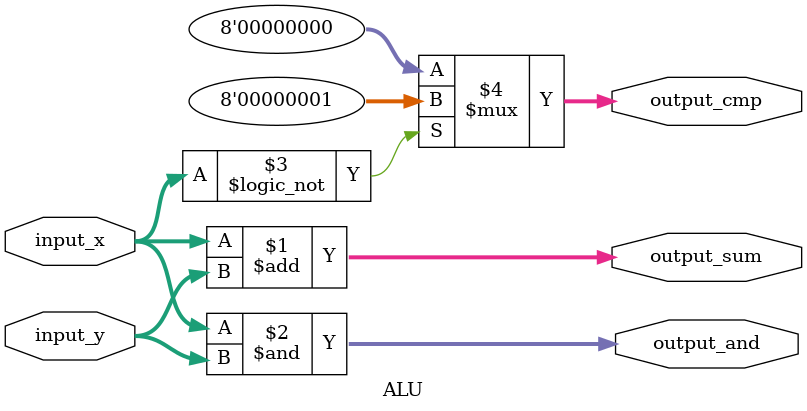
<source format=v>
`timescale 1ns / 1ps
module ALU(
    input [7:0] input_x,
    input [7:0] input_y,
    output [7:0] output_sum,
    output [7:0] output_and,
    output [7:0] output_cmp
    );
assign output_sum = input_x + input_y;
assign output_and = input_x & input_y;
assign output_cmp = (input_x == 8'b0) ? 8'b1 : 8'b0; 

endmodule

</source>
